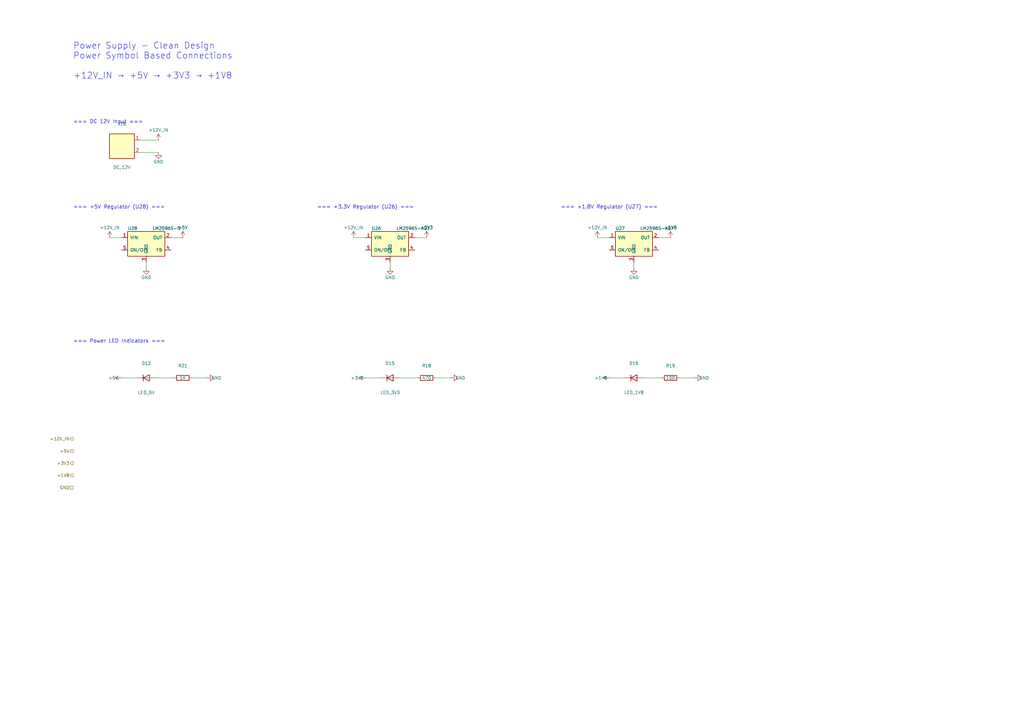
<source format=kicad_sch>
(kicad_sch (version 20250114) (generator "eeschema") (generator_version "9.0")
  (paper "A3")
  (title_block (title "Power Supply - Clean Design") (date "2024-12-01") (rev "0.2") (company "fcBoard Project") (comment 1 "12V Input, 5V/3.3V/1.8V DC-DC Outputs") (comment 2 "Power Symbol Based Connections"))
  (lib_symbols
    (symbol "Connector:Barrel_Jack_Switch" (pin_names (offset 1.016))
      (property "Reference" "J" (at 0 7.62 0))
      (property "Value" "Barrel_Jack" (at 0 -7.62 0))
      (symbol "Barrel_Jack_Switch_0_1"
        (rectangle (start -5.08 5.08) (end 5.08 -5.08) (stroke (width 0.254)) (fill (type background)))
      )
      (symbol "Barrel_Jack_Switch_1_1"
        (pin passive line (at 7.62 2.54 180) (length 2.54) (name "~") (number "1"))
        (pin passive line (at 7.62 -2.54 180) (length 2.54) (name "~") (number "2"))
      )
    )
    (symbol "Regulator_Switching:LM2596S-5" (pin_names (offset 1.016))
      (property "Reference" "U" (at -7.62 6.35 0))
      (property "Value" "LM2596S-5" (at 2.54 6.35 0))
      (symbol "LM2596S-5_0_1"
        (rectangle (start -7.62 5.08) (end 7.62 -5.08) (stroke (width 0.254)) (fill (type background)))
      )
      (symbol "LM2596S-5_1_1"
        (pin power_in line (at -10.16 2.54 0) (length 2.54) (name "VIN") (number "1"))
        (pin output line (at 10.16 2.54 180) (length 2.54) (name "OUT") (number "2"))
        (pin power_in line (at 0 -7.62 90) (length 2.54) (name "GND") (number "3"))
        (pin input line (at 10.16 -2.54 180) (length 2.54) (name "FB") (number "4"))
        (pin input line (at -10.16 -2.54 0) (length 2.54) (name "ON/OFF") (number "5"))
      )
    )
    (symbol "Regulator_Switching:LM2596S-ADJ" (pin_names (offset 1.016))
      (property "Reference" "U" (at -7.62 6.35 0))
      (property "Value" "LM2596S-ADJ" (at 2.54 6.35 0))
      (symbol "LM2596S-ADJ_0_1"
        (rectangle (start -7.62 5.08) (end 7.62 -5.08) (stroke (width 0.254)) (fill (type background)))
      )
      (symbol "LM2596S-ADJ_1_1"
        (pin power_in line (at -10.16 2.54 0) (length 2.54) (name "VIN") (number "1"))
        (pin output line (at 10.16 2.54 180) (length 2.54) (name "OUT") (number "2"))
        (pin power_in line (at 0 -7.62 90) (length 2.54) (name "GND") (number "3"))
        (pin input line (at 10.16 -2.54 180) (length 2.54) (name "FB") (number "4"))
        (pin input line (at -10.16 -2.54 0) (length 2.54) (name "ON/OFF") (number "5"))
      )
    )
    (symbol "Device:C" (pin_numbers hide) (pin_names (offset 0.254))
      (property "Reference" "C" (at 0.635 2.54 0))
      (property "Value" "C" (at 0.635 -2.54 0))
      (symbol "C_0_1"
        (polyline (pts (xy -2.032 -0.762) (xy 2.032 -0.762)) (stroke (width 0.508)))
        (polyline (pts (xy -2.032 0.762) (xy 2.032 0.762)) (stroke (width 0.508)))
      )
      (symbol "C_1_1"
        (pin passive line (at 0 3.81 270) (length 2.794) (name "~") (number "1"))
        (pin passive line (at 0 -3.81 90) (length 2.794) (name "~") (number "2"))
      )
    )
    (symbol "Device:LED" (pin_numbers hide) (pin_names (offset 1.016) hide)
      (property "Reference" "D" (at 0 2.54 0))
      (property "Value" "LED" (at 0 -2.54 0))
      (symbol "LED_0_1"
        (polyline (pts (xy -1.27 -1.27) (xy -1.27 1.27)) (stroke (width 0.254)))
        (polyline (pts (xy -1.27 0) (xy 1.27 0)))
        (polyline (pts (xy 1.27 -1.27) (xy 1.27 1.27) (xy -1.27 0) (xy 1.27 -1.27)) (stroke (width 0.254)))
      )
      (symbol "LED_1_1"
        (pin passive line (at -3.81 0 0) (length 2.54) (name "K") (number "1"))
        (pin passive line (at 3.81 0 180) (length 2.54) (name "A") (number "2"))
      )
    )
    (symbol "Device:R" (pin_numbers hide) (pin_names (offset 0))
      (property "Reference" "R" (at 2.032 0 90))
      (property "Value" "R" (at 0 0 90))
      (symbol "R_0_1"
        (rectangle (start -1.016 -2.54) (end 1.016 2.54) (stroke (width 0.254)))
      )
      (symbol "R_1_1"
        (pin passive line (at 0 3.81 270) (length 1.27) (name "~") (number "1"))
        (pin passive line (at 0 -3.81 90) (length 1.27) (name "~") (number "2"))
      )
    )
    (symbol "Device:L" (pin_numbers hide) (pin_names (offset 1.016) hide)
      (property "Reference" "L" (at -1.27 0 90))
      (property "Value" "L" (at 1.905 0 90))
      (symbol "L_0_1"
        (arc (start 0 -2.54) (mid 0.6323 -1.905) (end 0 -1.27))
        (arc (start 0 -1.27) (mid 0.6323 -0.635) (end 0 0))
        (arc (start 0 0) (mid 0.6323 0.635) (end 0 1.27))
        (arc (start 0 1.27) (mid 0.6323 1.905) (end 0 2.54))
      )
      (symbol "L_1_1"
        (pin passive line (at 0 3.81 270) (length 1.27) (name "1") (number "1"))
        (pin passive line (at 0 -3.81 90) (length 1.27) (name "2") (number "2"))
      )
    )
    (symbol "Device:D_Schottky" (pin_numbers hide) (pin_names (offset 1.016) hide)
      (property "Reference" "D" (at 0 2.54 0))
      (property "Value" "D_Schottky" (at 0 -2.54 0))
      (symbol "D_Schottky_0_1"
        (polyline (pts (xy 1.27 0) (xy -1.27 0)))
        (polyline (pts (xy 1.27 1.27) (xy 1.27 -1.27) (xy -1.27 0) (xy 1.27 1.27)) (stroke (width 0.254)))
        (polyline (pts (xy -1.27 1.27) (xy -1.27 -1.27) (xy -0.762 -1.27) (xy -0.762 -1.016)) (stroke (width 0.254)))
      )
      (symbol "D_Schottky_1_1"
        (pin passive line (at -3.81 0 0) (length 2.54) (name "K") (number "1"))
        (pin passive line (at 3.81 0 180) (length 2.54) (name "A") (number "2"))
      )
    )
    (symbol "power:+12V" (power) (pin_numbers hide) (pin_names (offset 0) hide)
      (property "Value" "+12V" (at 0 3.556 0))
      (symbol "+12V_0_1"
        (polyline (pts (xy -0.762 1.27) (xy 0 2.54)))
        (polyline (pts (xy 0 0) (xy 0 2.54)))
        (polyline (pts (xy 0 2.54) (xy 0.762 1.27)))
      )
      (symbol "+12V_1_1"
        (pin power_in line (at 0 0 90) (length 0) (name "+12V") (number "1"))
      )
    )
    (symbol "fcBoard:+12V_IN" (power) (pin_numbers hide) (pin_names (offset 0) hide)
      (property "Value" "+12V_IN" (at 0 3.556 0))
      (symbol "+12V_IN_0_1"
        (polyline (pts (xy -0.762 1.27) (xy 0 2.54)))
        (polyline (pts (xy 0 0) (xy 0 2.54)))
        (polyline (pts (xy 0 2.54) (xy 0.762 1.27)))
      )
      (symbol "+12V_IN_1_1"
        (pin power_in line (at 0 0 90) (length 0) (name "+12V_IN") (number "1"))
      )
    )
    (symbol "power:+5V" (power) (pin_numbers hide) (pin_names (offset 0) hide)
      (property "Value" "+5V" (at 0 3.556 0))
      (symbol "+5V_0_1"
        (polyline (pts (xy -0.762 1.27) (xy 0 2.54)))
        (polyline (pts (xy 0 0) (xy 0 2.54)))
        (polyline (pts (xy 0 2.54) (xy 0.762 1.27)))
      )
      (symbol "+5V_1_1"
        (pin power_in line (at 0 0 90) (length 0) (name "+5V") (number "1"))
      )
    )
    (symbol "power:+3V3" (power) (pin_numbers hide) (pin_names (offset 0) hide)
      (property "Value" "+3V3" (at 0 3.556 0))
      (symbol "+3V3_0_1"
        (polyline (pts (xy -0.762 1.27) (xy 0 2.54)))
        (polyline (pts (xy 0 0) (xy 0 2.54)))
        (polyline (pts (xy 0 2.54) (xy 0.762 1.27)))
      )
      (symbol "+3V3_1_1"
        (pin power_in line (at 0 0 90) (length 0) (name "+3V3") (number "1"))
      )
    )
    (symbol "power:+1V8" (power) (pin_numbers hide) (pin_names (offset 0) hide)
      (property "Value" "+1V8" (at 0 3.556 0))
      (symbol "+1V8_0_1"
        (polyline (pts (xy -0.762 1.27) (xy 0 2.54)))
        (polyline (pts (xy 0 0) (xy 0 2.54)))
        (polyline (pts (xy 0 2.54) (xy 0.762 1.27)))
      )
      (symbol "+1V8_1_1"
        (pin power_in line (at 0 0 90) (length 0) (name "+1V8") (number "1"))
      )
    )
    (symbol "power:GND" (power) (pin_numbers hide) (pin_names (offset 0) hide)
      (property "Value" "GND" (at 0 -3.81 0))
      (symbol "GND_0_1"
        (polyline (pts (xy 0 0) (xy 0 -1.27) (xy 1.27 -1.27) (xy 0 -2.54) (xy -1.27 -1.27) (xy 0 -1.27)))
      )
      (symbol "GND_1_1"
        (pin power_in line (at 0 0 270) (length 0) (name "GND") (number "1"))
      )
    )
  )
  (text "Power Supply - Clean Design\nPower Symbol Based Connections\n\n+12V_IN → +5V → +3V3 → +1V8" (at 30 25 0) (effects (font (size 2.54 2.54)) (justify left)))
  (text "=== DC 12V Input ===" (at 30 50 0) (effects (font (size 1.5 1.5)) (justify left)))
  (symbol (lib_id "Connector:Barrel_Jack_Switch") (at 50 60 0) (unit 1)
    (property "Reference" "J16" (at 50 50.8 0))
    (property "Value" "DC_12V" (at 50 68.58 0))
    (property "Footprint" "Connector_BarrelJack:BarrelJack_Horizontal" (effects hide))
  )
  (symbol (lib_id "fcBoard:+12V_IN") (at 65 57.46 0) (unit 1)
    (property "Reference" "#PWR01" (effects hide))
    (property "Value" "+12V_IN" (at 65 53.34 0))
  )
  (symbol (lib_id "power:GND") (at 65 62.54 0) (unit 1)
    (property "Reference" "#PWR02" (effects hide))
    (property "Value" "GND" (at 65 66.35 0))
  )
  (wire (pts (xy 57.62 57.46) (xy 65 57.46)))
  (wire (pts (xy 57.62 62.54) (xy 65 62.54)))
  (text "=== +5V Regulator (U28) ===" (at 30 85 0) (effects (font (size 1.5 1.5)) (justify left)))
  (symbol (lib_id "Regulator_Switching:LM2596S-5") (at 60 100 0) (unit 1)
    (property "Reference" "U28" (at 52.38 93.65 0) (effects (justify left)))
    (property "Value" "LM2596S-5" (at 62.54 93.65 0) (effects (justify left)))
    (property "Footprint" "Package_TO_SOT_SMD:TO-263-5_TabPin3" (effects hide))
  )
  (symbol (lib_id "fcBoard:+12V_IN") (at 45 97.46 0) (unit 1)
    (property "Reference" "#PWR03" (effects hide))
    (property "Value" "+12V_IN" (at 45 93.34 0))
  )
  (symbol (lib_id "power:+5V") (at 75 97.46 0) (unit 1)
    (property "Reference" "#PWR04" (effects hide))
    (property "Value" "+5V" (at 75 93.34 0))
  )
  (symbol (lib_id "power:GND") (at 60 110 0) (unit 1)
    (property "Reference" "#PWR05" (effects hide))
    (property "Value" "GND" (at 60 113.81 0))
  )
  (wire (pts (xy 45 97.46) (xy 49.84 97.46)))
  (wire (pts (xy 70.16 97.46) (xy 75 97.46)))
  (wire (pts (xy 60 107.62) (xy 60 110)))
  (text "=== +3.3V Regulator (U26) ===" (at 130 85 0) (effects (font (size 1.5 1.5)) (justify left)))
  (symbol (lib_id "Regulator_Switching:LM2596S-ADJ") (at 160 100 0) (unit 1)
    (property "Reference" "U26" (at 152.38 93.65 0) (effects (justify left)))
    (property "Value" "LM2596S-ADJ" (at 162.54 93.65 0) (effects (justify left)))
    (property "Footprint" "Package_TO_SOT_SMD:TO-263-5_TabPin3" (effects hide))
  )
  (symbol (lib_id "fcBoard:+12V_IN") (at 145 97.46 0) (unit 1)
    (property "Reference" "#PWR06" (effects hide))
    (property "Value" "+12V_IN" (at 145 93.34 0))
  )
  (symbol (lib_id "power:+3V3") (at 175 97.46 0) (unit 1)
    (property "Reference" "#PWR07" (effects hide))
    (property "Value" "+3V3" (at 175 93.34 0))
  )
  (symbol (lib_id "power:GND") (at 160 110 0) (unit 1)
    (property "Reference" "#PWR08" (effects hide))
    (property "Value" "GND" (at 160 113.81 0))
  )
  (wire (pts (xy 145 97.46) (xy 149.84 97.46)))
  (wire (pts (xy 170.16 97.46) (xy 175 97.46)))
  (wire (pts (xy 160 107.62) (xy 160 110)))
  (text "=== +1.8V Regulator (U27) ===" (at 230 85 0) (effects (font (size 1.5 1.5)) (justify left)))
  (symbol (lib_id "Regulator_Switching:LM2596S-ADJ") (at 260 100 0) (unit 1)
    (property "Reference" "U27" (at 252.38 93.65 0) (effects (justify left)))
    (property "Value" "LM2596S-ADJ" (at 262.54 93.65 0) (effects (justify left)))
    (property "Footprint" "Package_TO_SOT_SMD:TO-263-5_TabPin3" (effects hide))
  )
  (symbol (lib_id "fcBoard:+12V_IN") (at 245 97.46 0) (unit 1)
    (property "Reference" "#PWR09" (effects hide))
    (property "Value" "+12V_IN" (at 245 93.34 0))
  )
  (symbol (lib_id "power:+1V8") (at 275 97.46 0) (unit 1)
    (property "Reference" "#PWR10" (effects hide))
    (property "Value" "+1V8" (at 275 93.34 0))
  )
  (symbol (lib_id "power:GND") (at 260 110 0) (unit 1)
    (property "Reference" "#PWR11" (effects hide))
    (property "Value" "GND" (at 260 113.81 0))
  )
  (wire (pts (xy 245 97.46) (xy 249.84 97.46)))
  (wire (pts (xy 270.16 97.46) (xy 275 97.46)))
  (wire (pts (xy 260 107.62) (xy 260 110)))
  (text "=== Power LED Indicators ===" (at 30 140 0) (effects (font (size 1.5 1.5)) (justify left)))
  (symbol (lib_id "Device:LED") (at 60 155 0) (unit 1)
    (property "Reference" "D12" (at 60 149 0))
    (property "Value" "LED_5V" (at 60 161 0))
    (property "Footprint" "LED_SMD:LED_0603_1608Metric" (effects hide))
  )
  (symbol (lib_id "Device:R") (at 75 155 90) (unit 1)
    (property "Reference" "R21" (at 75 150 90))
    (property "Value" "1K" (at 75 155 90))
    (property "Footprint" "Resistor_SMD:R_0402_1005Metric" (effects hide))
  )
  (symbol (lib_id "power:+5V") (at 50 155 90) (unit 1)
    (property "Reference" "#PWR12" (effects hide))
    (property "Value" "+5V" (at 46.44 155 90))
  )
  (symbol (lib_id "power:GND") (at 85 155 90) (unit 1)
    (property "Reference" "#PWR13" (effects hide))
    (property "Value" "GND" (at 88.81 155 90))
  )
  (wire (pts (xy 50 155) (xy 56.19 155)))
  (wire (pts (xy 63.81 155) (xy 71.19 155)))
  (wire (pts (xy 78.81 155) (xy 85 155)))
  (symbol (lib_id "Device:LED") (at 160 155 0) (unit 1)
    (property "Reference" "D15" (at 160 149 0))
    (property "Value" "LED_3V3" (at 160 161 0))
    (property "Footprint" "LED_SMD:LED_0603_1608Metric" (effects hide))
  )
  (symbol (lib_id "Device:R") (at 175 155 90) (unit 1)
    (property "Reference" "R18" (at 175 150 90))
    (property "Value" "470" (at 175 155 90))
    (property "Footprint" "Resistor_SMD:R_0402_1005Metric" (effects hide))
  )
  (symbol (lib_id "power:+3V3") (at 150 155 90) (unit 1)
    (property "Reference" "#PWR14" (effects hide))
    (property "Value" "+3V3" (at 146.44 155 90))
  )
  (symbol (lib_id "power:GND") (at 185 155 90) (unit 1)
    (property "Reference" "#PWR15" (effects hide))
    (property "Value" "GND" (at 188.81 155 90))
  )
  (wire (pts (xy 150 155) (xy 156.19 155)))
  (wire (pts (xy 163.81 155) (xy 171.19 155)))
  (wire (pts (xy 178.81 155) (xy 185 155)))
  (symbol (lib_id "Device:LED") (at 260 155 0) (unit 1)
    (property "Reference" "D16" (at 260 149 0))
    (property "Value" "LED_1V8" (at 260 161 0))
    (property "Footprint" "LED_SMD:LED_0603_1608Metric" (effects hide))
  )
  (symbol (lib_id "Device:R") (at 275 155 90) (unit 1)
    (property "Reference" "R19" (at 275 150 90))
    (property "Value" "100" (at 275 155 90))
    (property "Footprint" "Resistor_SMD:R_0402_1005Metric" (effects hide))
  )
  (symbol (lib_id "power:+1V8") (at 250 155 90) (unit 1)
    (property "Reference" "#PWR16" (effects hide))
    (property "Value" "+1V8" (at 246.44 155 90))
  )
  (symbol (lib_id "power:GND") (at 285 155 90) (unit 1)
    (property "Reference" "#PWR17" (effects hide))
    (property "Value" "GND" (at 288.81 155 90))
  )
  (wire (pts (xy 250 155) (xy 256.19 155)))
  (wire (pts (xy 263.81 155) (xy 271.19 155)))
  (wire (pts (xy 278.81 155) (xy 285 155)))
  (hierarchical_label "+12V_IN" (shape output) (at 30 180 180))
  (hierarchical_label "+5V" (shape output) (at 30 185 180))
  (hierarchical_label "+3V3" (shape output) (at 30 190 180))
  (hierarchical_label "+1V8" (shape output) (at 30 195 180))
  (hierarchical_label "GND" (shape passive) (at 30 200 180))
)
</source>
